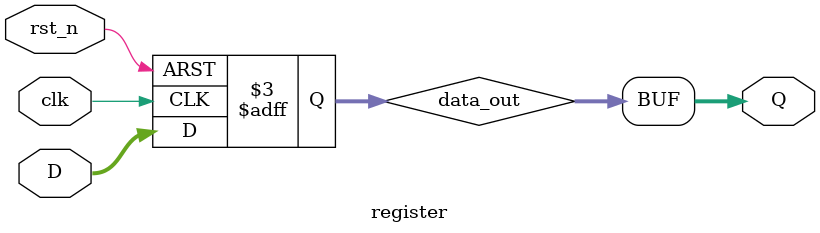
<source format=v>
module register #(
    parameter WIDTH = 8
)  //  
(
    input clk,
    input rst_n,
    input [WIDTH - 1:0] D,
    output [WIDTH - 1:0] Q
);
  reg [WIDTH - 1:0] data_out;
  assign Q = data_out;
  always @(posedge clk or negedge rst_n) begin
    if (~rst_n) begin
      data_out <= 0;
    end else begin
      data_out <= D;
    end
  end


endmodule

</source>
